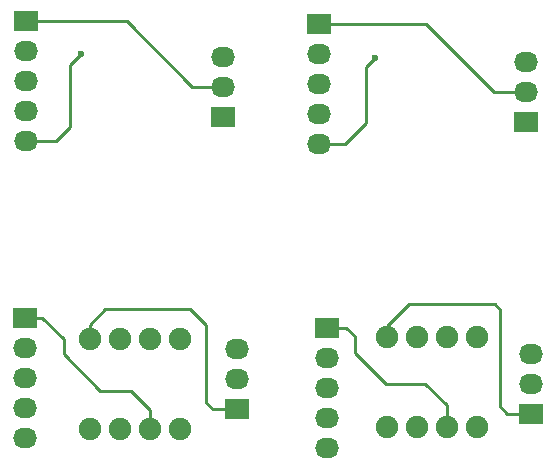
<source format=gbl>
G04 #@! TF.FileFunction,Copper,L2,Bot,Signal*
%FSLAX46Y46*%
G04 Gerber Fmt 4.6, Leading zero omitted, Abs format (unit mm)*
G04 Created by KiCad (PCBNEW 4.0.4-stable) date 11/08/16 09:08:38*
%MOMM*%
%LPD*%
G01*
G04 APERTURE LIST*
%ADD10C,0.100000*%
%ADD11R,2.032000X1.727200*%
%ADD12O,2.032000X1.727200*%
%ADD13C,1.905000*%
%ADD14C,0.600000*%
%ADD15C,0.250000*%
G04 APERTURE END LIST*
D10*
D11*
X122770900Y-70408800D03*
D12*
X122770900Y-72948800D03*
X122770900Y-75488800D03*
X122770900Y-78028800D03*
X122770900Y-80568800D03*
D11*
X139420600Y-78511400D03*
D12*
X139420600Y-75971400D03*
X139420600Y-73431400D03*
D11*
X147574000Y-70675500D03*
D12*
X147574000Y-73215500D03*
X147574000Y-75755500D03*
X147574000Y-78295500D03*
X147574000Y-80835500D03*
D11*
X165074600Y-78955900D03*
D12*
X165074600Y-76415900D03*
X165074600Y-73875900D03*
D11*
X122682000Y-95504000D03*
D12*
X122682000Y-98044000D03*
X122682000Y-100584000D03*
X122682000Y-103124000D03*
X122682000Y-105664000D03*
D11*
X140627100Y-103276400D03*
D12*
X140627100Y-100736400D03*
X140627100Y-98196400D03*
D11*
X148221700Y-96354900D03*
D12*
X148221700Y-98894900D03*
X148221700Y-101434900D03*
X148221700Y-103974900D03*
X148221700Y-106514900D03*
D11*
X165506400Y-103644700D03*
D12*
X165506400Y-101104700D03*
X165506400Y-98564700D03*
D13*
X128143000Y-104902000D03*
X130683000Y-104902000D03*
X133223000Y-104902000D03*
X135763000Y-104902000D03*
X135763000Y-97282000D03*
X133223000Y-97282000D03*
X130683000Y-97282000D03*
X128143000Y-97282000D03*
X153289000Y-104775000D03*
X155829000Y-104775000D03*
X158369000Y-104775000D03*
X160909000Y-104775000D03*
X160909000Y-97155000D03*
X158369000Y-97155000D03*
X155829000Y-97155000D03*
X153289000Y-97155000D03*
D14*
X127431800Y-73177400D03*
X152323800Y-73494900D03*
D15*
X122770900Y-70408800D02*
X131267200Y-70408800D01*
X136829800Y-75971400D02*
X139420600Y-75971400D01*
X131267200Y-70408800D02*
X136829800Y-75971400D01*
X122770900Y-80568800D02*
X125272800Y-80568800D01*
X126466600Y-74142600D02*
X127431800Y-73177400D01*
X126466600Y-79375000D02*
X126466600Y-74142600D01*
X125272800Y-80568800D02*
X126466600Y-79375000D01*
X147574000Y-70675500D02*
X156616400Y-70675500D01*
X162356800Y-76415900D02*
X165074600Y-76415900D01*
X156616400Y-70675500D02*
X162356800Y-76415900D01*
X147574000Y-80835500D02*
X149783800Y-80835500D01*
X151549100Y-74269600D02*
X152323800Y-73494900D01*
X151549100Y-79070200D02*
X151549100Y-74269600D01*
X149783800Y-80835500D02*
X151549100Y-79070200D01*
X122682000Y-95504000D02*
X124117100Y-95504000D01*
X133223000Y-103314500D02*
X133223000Y-104902000D01*
X131597400Y-101688900D02*
X133223000Y-103314500D01*
X129044700Y-101688900D02*
X131597400Y-101688900D01*
X125958600Y-98602800D02*
X129044700Y-101688900D01*
X125958600Y-97345500D02*
X125958600Y-98602800D01*
X124117100Y-95504000D02*
X125958600Y-97345500D01*
X128143000Y-97282000D02*
X128143000Y-96113600D01*
X138557000Y-103276400D02*
X140627100Y-103276400D01*
X137998200Y-102717600D02*
X138557000Y-103276400D01*
X137998200Y-96164400D02*
X137998200Y-102717600D01*
X136626600Y-94792800D02*
X137998200Y-96164400D01*
X129463800Y-94792800D02*
X136626600Y-94792800D01*
X128143000Y-96113600D02*
X129463800Y-94792800D01*
X158369000Y-104775000D02*
X158369000Y-102933500D01*
X149847300Y-96354900D02*
X148221700Y-96354900D01*
X150571200Y-97078800D02*
X149847300Y-96354900D01*
X150571200Y-98488500D02*
X150571200Y-97078800D01*
X153200100Y-101117400D02*
X150571200Y-98488500D01*
X156552900Y-101117400D02*
X153200100Y-101117400D01*
X158369000Y-102933500D02*
X156552900Y-101117400D01*
X153289000Y-97155000D02*
X153289000Y-96227900D01*
X153289000Y-96227900D02*
X155143200Y-94373700D01*
X155143200Y-94373700D02*
X162420300Y-94373700D01*
X162420300Y-94373700D02*
X162877500Y-94830900D01*
X162877500Y-94830900D02*
X162877500Y-103022400D01*
X162877500Y-103022400D02*
X163499800Y-103644700D01*
X163499800Y-103644700D02*
X165506400Y-103644700D01*
M02*

</source>
